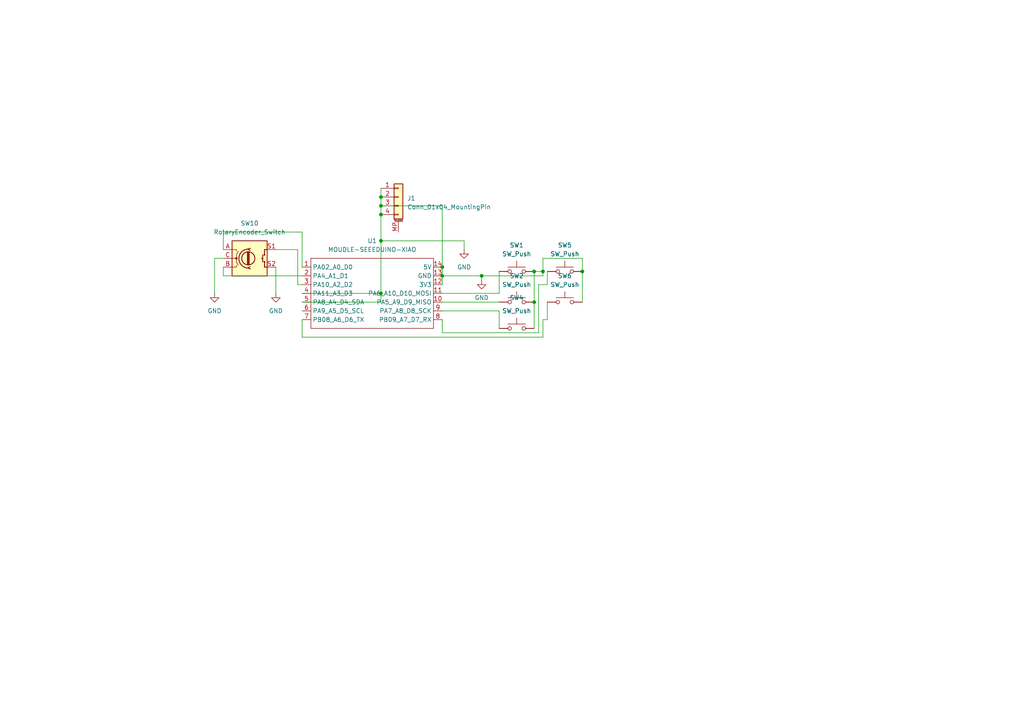
<source format=kicad_sch>
(kicad_sch (version 20250114) (generator "eeschema") (generator_version "9.0")
  (paper "A4")
  (lib_symbols
    (symbol "Connector_Generic_MountingPin:Conn_01x04_MountingPin" (pin_names (offset 1.016) (hide yes))
      (property "Reference" "J" (at 0 5.08 0))
      (property "Value" "Conn_01x04_MountingPin" (at 1.27 -7.62 0))
      (symbol "Conn_01x04_MountingPin_1_1"
        (rectangle (start -1.27 3.81) (end 1.27 -6.35) (stroke (width 0.254)) (fill (type background)))
        (rectangle (start -1.27 2.667) (end 0 2.413) (stroke (width 0.1524)))
        (rectangle (start -1.27 0.127) (end 0 -0.127) (stroke (width 0.1524)))
        (rectangle (start -1.27 -2.413) (end 0 -2.667) (stroke (width 0.1524)))
        (rectangle (start -1.27 -4.953) (end 0 -5.207) (stroke (width 0.1524)))
        (polyline (pts (xy -1.016 -7.112) (xy 1.016 -7.112)) (stroke (width 0.1524)))
        (text "Mounting" (at 0 -6.731 0) (effects (font (size 0.381 0.381))))
        (pin passive line (at -5.08 2.54 0) (length 3.81) (name "Pin_1") (number "1"))
        (pin passive line (at -5.08 0 0) (length 3.81) (name "Pin_2") (number "2"))
        (pin passive line (at -5.08 -2.54 0) (length 3.81) (name "Pin_3") (number "3"))
        (pin passive line (at -5.08 -5.08 0) (length 3.81) (name "Pin_4") (number "4"))
        (pin passive line (at 0 -10.16 90) (length 3.048) (name "MountPin") (number "MP"))
      )
    )
    (symbol "Device:RotaryEncoder_Switch" (pin_names (offset 0.254) (hide yes))
      (property "Reference" "SW" (at 0 6.604 0))
      (property "Value" "RotaryEncoder_Switch" (at 0 -6.604 0))
      (symbol "RotaryEncoder_Switch_0_1"
        (rectangle (start -5.08 5.08) (end 5.08 -5.08) (stroke (width 0.254)) (fill (type background)))
        (polyline (pts (xy -5.08 2.54) (xy -3.81 2.54) (xy -3.81 2.032)))
        (polyline (pts (xy -5.08 0) (xy -3.81 0) (xy -3.81 -1.016) (xy -3.302 -2.032)))
        (polyline (pts (xy -5.08 -2.54) (xy -3.81 -2.54) (xy -3.81 -2.032)))
        (polyline (pts (xy -4.318 0) (xy -3.81 0) (xy -3.81 1.016) (xy -3.302 2.032)))
        (circle (center -3.81 0) (radius 0.254) (fill (type outline)))
        (polyline (pts (xy -0.635 -1.778) (xy -0.635 1.778)) (stroke (width 0.254)))
        (circle (center -0.381 0) (radius 1.905) (stroke (width 0.254)))
        (polyline (pts (xy -0.381 -1.778) (xy -0.381 1.778)) (stroke (width 0.254)))
        (arc (start -0.381 -2.794) (mid -3.0988 -0.0635) (end -0.381 2.667) (stroke (width 0.254)))
        (polyline (pts (xy -0.127 1.778) (xy -0.127 -1.778)) (stroke (width 0.254)))
        (polyline (pts (xy 0.254 2.921) (xy -0.508 2.667) (xy 0.127 2.286)) (stroke (width 0.254)))
        (polyline (pts (xy 0.254 -3.048) (xy -0.508 -2.794) (xy 0.127 -2.413)) (stroke (width 0.254)))
        (polyline (pts (xy 3.81 1.016) (xy 3.81 -1.016)) (stroke (width 0.254)))
        (polyline (pts (xy 3.81 0) (xy 3.429 0)) (stroke (width 0.254)))
        (circle (center 4.318 1.016) (radius 0.127) (stroke (width 0.254)))
        (circle (center 4.318 -1.016) (radius 0.127) (stroke (width 0.254)))
        (polyline (pts (xy 5.08 2.54) (xy 4.318 2.54) (xy 4.318 1.016)) (stroke (width 0.254)))
        (polyline (pts (xy 5.08 -2.54) (xy 4.318 -2.54) (xy 4.318 -1.016)) (stroke (width 0.254)))
      )
      (symbol "RotaryEncoder_Switch_1_1"
        (pin passive line (at -7.62 2.54 0) (length 2.54) (name "A") (number "A"))
        (pin passive line (at -7.62 0 0) (length 2.54) (name "C") (number "C"))
        (pin passive line (at -7.62 -2.54 0) (length 2.54) (name "B") (number "B"))
        (pin passive line (at 7.62 2.54 180) (length 2.54) (name "S1") (number "S1"))
        (pin passive line (at 7.62 -2.54 180) (length 2.54) (name "S2") (number "S2"))
      )
    )
    (symbol "Switch:SW_Push" (pin_numbers (hide yes)) (pin_names (offset 1.016) (hide yes))
      (property "Reference" "SW" (at 1.27 2.54 0))
      (property "Value" "SW_Push" (at 0 -1.524 0))
      (symbol "SW_Push_0_1"
        (circle (center -2.032 0) (radius 0.508))
        (polyline (pts (xy 0 1.27) (xy 0 3.048)))
        (circle (center 2.032 0) (radius 0.508))
        (polyline (pts (xy 2.54 1.27) (xy -2.54 1.27)))
        (pin passive line (at -5.08 0 0) (length 2.54) (name "1") (number "1"))
        (pin passive line (at 5.08 0 180) (length 2.54) (name "2") (number "2"))
      )
    )
    (symbol "XIAO_RP2040:MOUDLE-SEEEDUINO-XIAO"
      (property "Reference" "U" (at -16.51 11.43 0))
      (property "Value" "MOUDLE-SEEEDUINO-XIAO" (at -3.81 -11.43 0))
      (symbol "MOUDLE-SEEEDUINO-XIAO_0_1"
        (rectangle (start -16.51 10.16) (end 19.05 -10.16))
      )
      (symbol "MOUDLE-SEEEDUINO-XIAO_1_1"
        (pin passive line (at -19.05 7.62 0) (length 2.54) (name "PA02_A0_D0") (number "1"))
        (pin passive line (at -19.05 5.08 0) (length 2.54) (name "PA4_A1_D1") (number "2"))
        (pin passive line (at -19.05 2.54 0) (length 2.54) (name "PA10_A2_D2") (number "3"))
        (pin passive line (at -19.05 0 0) (length 2.54) (name "PA11_A3_D3") (number "4"))
        (pin passive line (at -19.05 -2.54 0) (length 2.54) (name "PA8_A4_D4_SDA") (number "5"))
        (pin passive line (at -19.05 -5.08 0) (length 2.54) (name "PA9_A5_D5_SCL") (number "6"))
        (pin passive line (at -19.05 -7.62 0) (length 2.54) (name "PB08_A6_D6_TX") (number "7"))
        (pin passive line (at 21.59 7.62 180) (length 2.54) (name "5V") (number "14"))
        (pin passive line (at 21.59 5.08 180) (length 2.54) (name "GND") (number "13"))
        (pin passive line (at 21.59 2.54 180) (length 2.54) (name "3V3") (number "12"))
        (pin passive line (at 21.59 0 180) (length 2.54) (name "PA6_A10_D10_MOSI") (number "11"))
        (pin passive line (at 21.59 -2.54 180) (length 2.54) (name "PA5_A9_D9_MISO") (number "10"))
        (pin passive line (at 21.59 -5.08 180) (length 2.54) (name "PA7_A8_D8_SCK") (number "9"))
        (pin passive line (at 21.59 -7.62 180) (length 2.54) (name "PB09_A7_D7_RX") (number "8"))
      )
    )
    (symbol "power:GND" (power) (pin_numbers (hide yes)) (pin_names (offset 0) (hide yes))
      (property "Value" "GND" (at 0 -3.81 0))
      (symbol "GND_0_1"
        (polyline (pts (xy 0 0) (xy 0 -1.27) (xy 1.27 -1.27) (xy 0 -2.54) (xy -1.27 -1.27) (xy 0 -1.27)))
      )
      (symbol "GND_1_1"
        (pin power_in line (at 0 0 270) (length 0) (name "~") (number "1"))
      )
    )
  )
  (junction (at 128.27 77.47))
  (junction (at 110.49 57.15))
  (junction (at 110.49 62.23))
  (junction (at 128.27 80.01))
  (junction (at 157.48 78.74))
  (junction (at 154.94 78.74))
  (junction (at 168.91 78.74))
  (junction (at 110.49 59.69))
  (junction (at 110.49 69.85))
  (junction (at 110.49 85.09))
  (junction (at 154.94 87.63))
  (junction (at 139.7 80.01))
  (wire (pts (xy 86.36 72.39) (xy 86.36 82.55)))
  (wire (pts (xy 62.23 74.93) (xy 62.23 85.09)))
  (wire (pts (xy 128.27 96.52) (xy 128.27 92.71)))
  (wire (pts (xy 64.77 72.39) (xy 64.77 67.31)))
  (wire (pts (xy 110.49 85.09) (xy 110.49 87.63)))
  (wire (pts (xy 157.48 74.93) (xy 168.91 74.93)))
  (wire (pts (xy 110.49 59.69) (xy 110.49 62.23)))
  (wire (pts (xy 158.75 87.63) (xy 158.75 92.71)))
  (wire (pts (xy 139.7 80.01) (xy 157.48 80.01)))
  (wire (pts (xy 128.27 87.63) (xy 144.78 87.63)))
  (wire (pts (xy 110.49 62.23) (xy 110.49 69.85)))
  (wire (pts (xy 158.75 92.71) (xy 157.48 92.71)))
  (wire (pts (xy 80.01 77.47) (xy 80.01 85.09)))
  (wire (pts (xy 110.49 69.85) (xy 110.49 85.09)))
  (wire (pts (xy 110.49 57.15) (xy 110.49 59.69)))
  (wire (pts (xy 168.91 74.93) (xy 168.91 78.74)))
  (wire (pts (xy 64.77 80.01) (xy 87.63 80.01)))
  (wire (pts (xy 64.77 74.93) (xy 62.23 74.93)))
  (wire (pts (xy 156.21 82.55) (xy 156.21 96.52)))
  (wire (pts (xy 144.78 78.74) (xy 144.78 85.09)))
  (wire (pts (xy 110.49 87.63) (xy 87.63 87.63)))
  (wire (pts (xy 168.91 78.74) (xy 168.91 87.63)))
  (wire (pts (xy 158.75 78.74) (xy 158.75 82.55)))
  (wire (pts (xy 154.94 87.63) (xy 154.94 95.25)))
  (wire (pts (xy 144.78 95.25) (xy 144.78 90.17)))
  (wire (pts (xy 110.49 69.85) (xy 134.62 69.85)))
  (wire (pts (xy 156.21 96.52) (xy 128.27 96.52)))
  (wire (pts (xy 110.49 85.09) (xy 87.63 85.09)))
  (wire (pts (xy 157.48 97.79) (xy 87.63 97.79)))
  (wire (pts (xy 87.63 97.79) (xy 87.63 92.71)))
  (wire (pts (xy 154.94 78.74) (xy 157.48 78.74)))
  (wire (pts (xy 128.27 77.47) (xy 128.27 80.01)))
  (wire (pts (xy 110.49 59.69) (xy 128.27 59.69)))
  (wire (pts (xy 134.62 69.85) (xy 134.62 72.39)))
  (wire (pts (xy 128.27 85.09) (xy 144.78 85.09)))
  (wire (pts (xy 110.49 54.61) (xy 110.49 57.15)))
  (wire (pts (xy 157.48 74.93) (xy 157.48 78.74)))
  (wire (pts (xy 64.77 77.47) (xy 64.77 80.01)))
  (wire (pts (xy 128.27 90.17) (xy 144.78 90.17)))
  (wire (pts (xy 157.48 78.74) (xy 157.48 80.01)))
  (wire (pts (xy 128.27 80.01) (xy 139.7 80.01)))
  (wire (pts (xy 157.48 92.71) (xy 157.48 97.79)))
  (wire (pts (xy 139.7 80.01) (xy 139.7 81.28)))
  (wire (pts (xy 154.94 78.74) (xy 154.94 87.63)))
  (wire (pts (xy 86.36 82.55) (xy 87.63 82.55)))
  (wire (pts (xy 87.63 67.31) (xy 87.63 77.47)))
  (wire (pts (xy 80.01 72.39) (xy 86.36 72.39)))
  (wire (pts (xy 64.77 67.31) (xy 87.63 67.31)))
  (wire (pts (xy 128.27 59.69) (xy 128.27 77.47)))
  (wire (pts (xy 158.75 82.55) (xy 156.21 82.55)))
  (wire (pts (xy 128.27 80.01) (xy 128.27 82.55)))
  (symbol (lib_id "power:GND") (at 139.7 81.28 0) (unit 1)
    (property "Reference" "#PWR01" (effects (hide yes)))
    (property "Value" "GND" (at 139.7 86.36 0))
    (property "Description" "Power symbol creates a global label with name \"GND\" , ground" (effects (hide yes)))
  )
  (symbol (lib_id "Switch:SW_Push") (at 149.86 78.74 0) (unit 1)
    (property "Reference" "SW1" (at 149.86 71.12 0))
    (property "Value" "SW_Push" (at 149.86 73.66 0))
    (property "Footprint" "Button_Switch_Keyboard:SW_Cherry_MX_1.00u_PCB" (effects (hide yes)))
    (property "Description" "Push button switch, generic, two pins" (effects (hide yes)))
  )
  (symbol (lib_id "Switch:SW_Push") (at 163.83 87.63 0) (unit 1)
    (property "Reference" "SW6" (at 163.83 80.01 0))
    (property "Value" "SW_Push" (at 163.83 82.55 0))
    (property "Footprint" "Button_Switch_Keyboard:SW_Cherry_MX_1.00u_PCB" (effects (hide yes)))
    (property "Description" "Push button switch, generic, two pins" (effects (hide yes)))
  )
  (symbol (lib_id "XIAO_RP2040:MOUDLE-SEEEDUINO-XIAO") (at 106.68 85.09 0) (unit 1)
    (property "Reference" "U1" (at 107.95 69.85 0))
    (property "Value" "MOUDLE-SEEEDUINO-XIAO" (at 107.95 72.39 0))
    (property "Footprint" "footprints:XIAO-Generic-Hybrid-14P-2.54-21X17.8MM" (effects (hide yes)))
  )
  (symbol (lib_id "power:GND") (at 80.01 85.09 0) (unit 1)
    (property "Reference" "#PWR02" (effects (hide yes)))
    (property "Value" "GND" (at 80.01 90.17 0))
    (property "Description" "Power symbol creates a global label with name \"GND\" , ground" (effects (hide yes)))
  )
  (symbol (lib_id "power:GND") (at 62.23 85.09 0) (unit 1)
    (property "Reference" "#PWR03" (effects (hide yes)))
    (property "Value" "GND" (at 62.23 90.17 0))
    (property "Description" "Power symbol creates a global label with name \"GND\" , ground" (effects (hide yes)))
  )
  (symbol (lib_id "Connector_Generic_MountingPin:Conn_01x04_MountingPin") (at 115.57 57.15 0) (unit 1)
    (property "Reference" "J1" (at 118.11 57.5055 0) (effects (justify left)))
    (property "Value" "Conn_01x04_MountingPin" (at 118.11 60.0455 0) (effects (justify left)))
    (property "Footprint" "Connector_PinHeader_2.54mm:PinHeader_1x04_P2.54mm_Vertical" (effects (hide yes)))
    (property "Description" "Generic connectable mounting pin connector, single row, 01x04, script generated (kicad-library-utils/schlib/autogen/connector/)" (effects (hide yes)))
  )
  (symbol (lib_id "Device:RotaryEncoder_Switch") (at 72.39 74.93 0) (unit 1)
    (property "Reference" "SW10" (at 72.39 64.77 0))
    (property "Value" "RotaryEncoder_Switch" (at 72.39 67.31 0))
    (property "Footprint" "Rotary_Encoder:RotaryEncoder_Alps_EC11E-Switch_Vertical_H20mm" (effects (hide yes)))
    (property "Description" "Rotary encoder, dual channel, incremental quadrate outputs, with switch" (effects (hide yes)))
  )
  (symbol (lib_id "Switch:SW_Push") (at 149.86 87.63 0) (unit 1)
    (property "Reference" "SW2" (at 149.86 80.01 0))
    (property "Value" "SW_Push" (at 149.86 82.55 0))
    (property "Footprint" "Button_Switch_Keyboard:SW_Cherry_MX_1.00u_PCB" (effects (hide yes)))
    (property "Description" "Push button switch, generic, two pins" (effects (hide yes)))
  )
  (symbol (lib_id "power:GND") (at 134.62 72.39 0) (unit 1)
    (property "Reference" "#PWR04" (effects (hide yes)))
    (property "Value" "GND" (at 134.62 77.47 0))
    (property "Description" "Power symbol creates a global label with name \"GND\" , ground" (effects (hide yes)))
  )
  (symbol (lib_id "Switch:SW_Push") (at 149.86 95.25 0) (unit 1)
    (property "Reference" "SW4" (at 149.86 86.36 0))
    (property "Value" "SW_Push" (at 149.86 90.17 0))
    (property "Footprint" "Button_Switch_Keyboard:SW_Cherry_MX_1.00u_PCB" (effects (hide yes)))
    (property "Description" "Push button switch, generic, two pins" (effects (hide yes)))
  )
  (symbol (lib_id "Switch:SW_Push") (at 163.83 78.74 0) (unit 1)
    (property "Reference" "SW5" (at 163.83 71.12 0))
    (property "Value" "SW_Push" (at 163.83 73.66 0))
    (property "Footprint" "Button_Switch_Keyboard:SW_Cherry_MX_1.00u_PCB" (effects (hide yes)))
    (property "Description" "Push button switch, generic, two pins" (effects (hide yes)))
  )
)
</source>
